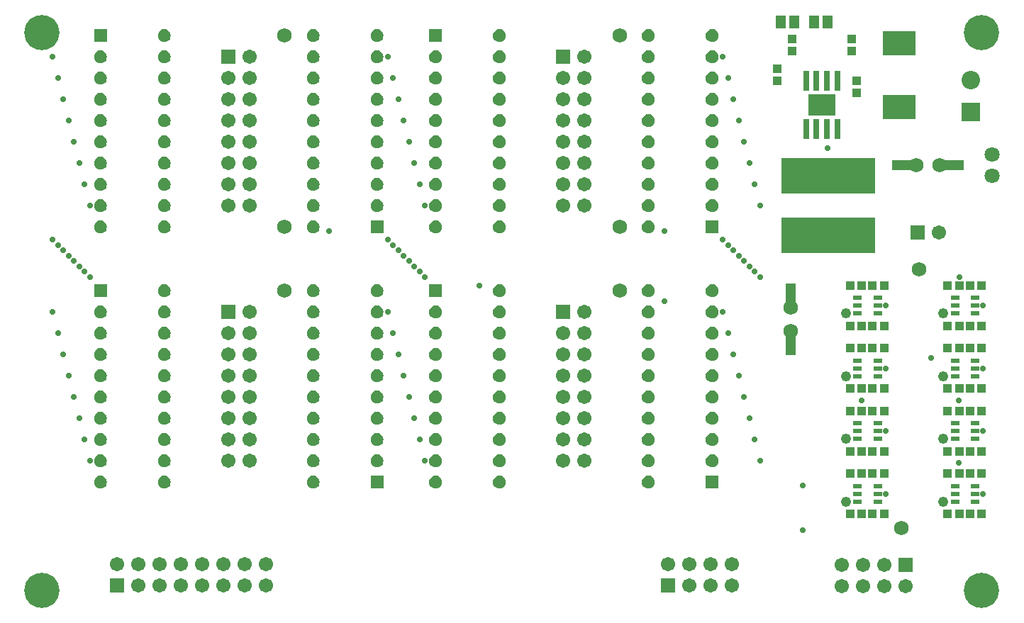
<source format=gts>
%FSLAX43Y43*%
%MOMM*%
%SFA1B1*%

%IPPOS*%
%ADD95R,1.218998X2.742995*%
%ADD96R,1.102998X1.002998*%
%ADD97R,1.202998X1.502997*%
%ADD98R,3.302993X2.602995*%
%ADD99R,0.652999X2.402995*%
%ADD100R,1.002998X1.102998*%
%ADD101R,1.002998X0.552999*%
%ADD102R,2.742995X1.218998*%
%ADD103R,4.012992X2.996994*%
%ADD104R,11.202978X4.202992*%
%ADD105C,0.710999*%
%ADD106C,1.702997*%
%ADD107R,1.702997X1.702997*%
%ADD108C,1.726997*%
%ADD109C,1.980996*%
%ADD110C,1.802996*%
%ADD111C,2.202996*%
%ADD112R,2.202996X2.202996*%
%ADD113C,4.202992*%
%ADD114R,1.702997X1.702997*%
%ADD115C,1.218998*%
%LNlp_led_cube_8x8x8-1*%
%LPD*%
G36*
X84018Y78465D02*
X84203Y78389D01*
X84362Y78266*
X84485Y78107*
X84561Y77922*
X84588Y77723*
X84561Y77524*
X84485Y77339*
X84362Y77180*
X84203Y77057*
X84018Y76981*
X83819Y76954*
X83620Y76981*
X83435Y77057*
X83276Y77180*
X83153Y77339*
X83077Y77524*
X83050Y77723*
X83077Y77922*
X83153Y78107*
X83276Y78266*
X83435Y78389*
X83620Y78465*
X83819Y78492*
X84018Y78465*
G37*
G36*
X101798D02*
X101983Y78389D01*
X102142Y78266*
X102265Y78107*
X102341Y77922*
X102368Y77723*
X102341Y77524*
X102265Y77339*
X102142Y77180*
X101983Y77057*
X101798Y76981*
X101599Y76954*
X101400Y76981*
X101215Y77057*
X101056Y77180*
X100933Y77339*
X100857Y77524*
X100830Y77723*
X100857Y77922*
X100933Y78107*
X101056Y78266*
X101215Y78389*
X101400Y78465*
X101599Y78492*
X101798Y78465*
G37*
G36*
X76398D02*
X76583Y78389D01*
X76742Y78266*
X76865Y78107*
X76941Y77922*
X76968Y77723*
X76941Y77524*
X76865Y77339*
X76742Y77180*
X76583Y77057*
X76398Y76981*
X76199Y76954*
X76000Y76981*
X75815Y77057*
X75656Y77180*
X75533Y77339*
X75457Y77524*
X75430Y77723*
X75457Y77922*
X75533Y78107*
X75656Y78266*
X75815Y78389*
X76000Y78465*
X76199Y78492*
X76398Y78465*
G37*
G36*
X61793D02*
X61978Y78389D01*
X62137Y78266*
X62260Y78107*
X62336Y77922*
X62363Y77723*
X62336Y77524*
X62260Y77339*
X62137Y77180*
X61978Y77057*
X61793Y76981*
X61594Y76954*
X61395Y76981*
X61210Y77057*
X61051Y77180*
X60928Y77339*
X60852Y77524*
X60825Y77723*
X60852Y77922*
X60928Y78107*
X61051Y78266*
X61210Y78389*
X61395Y78465*
X61594Y78492*
X61793Y78465*
G37*
G36*
X69413D02*
X69598Y78389D01*
X69757Y78266*
X69880Y78107*
X69956Y77922*
X69983Y77723*
X69956Y77524*
X69880Y77339*
X69757Y77180*
X69598Y77057*
X69413Y76981*
X69214Y76954*
X69015Y76981*
X68830Y77057*
X68671Y77180*
X68548Y77339*
X68472Y77524*
X68445Y77723*
X68472Y77922*
X68548Y78107*
X68671Y78266*
X68830Y78389*
X69015Y78465*
X69214Y78492*
X69413Y78465*
G37*
G36*
X61793Y81005D02*
X61978Y80929D01*
X62137Y80806*
X62260Y80647*
X62336Y80462*
X62363Y80263*
X62336Y80064*
X62260Y79879*
X62137Y79720*
X61978Y79597*
X61793Y79521*
X61594Y79494*
X61395Y79521*
X61210Y79597*
X61051Y79720*
X60928Y79879*
X60852Y80064*
X60825Y80263*
X60852Y80462*
X60928Y80647*
X61051Y80806*
X61210Y80929*
X61395Y81005*
X61594Y81032*
X61793Y81005*
G37*
G36*
X69413D02*
X69598Y80929D01*
X69757Y80806*
X69880Y80647*
X69956Y80462*
X69983Y80263*
X69956Y80064*
X69880Y79879*
X69757Y79720*
X69598Y79597*
X69413Y79521*
X69214Y79494*
X69015Y79521*
X68830Y79597*
X68671Y79720*
X68548Y79879*
X68472Y80064*
X68445Y80263*
X68472Y80462*
X68548Y80647*
X68671Y80806*
X68830Y80929*
X69015Y81005*
X69214Y81032*
X69413Y81005*
G37*
G36*
X44013D02*
X44198Y80929D01*
X44357Y80806*
X44480Y80647*
X44556Y80462*
X44583Y80263*
X44556Y80064*
X44480Y79879*
X44357Y79720*
X44198Y79597*
X44013Y79521*
X43814Y79494*
X43615Y79521*
X43430Y79597*
X43271Y79720*
X43148Y79879*
X43072Y80064*
X43045Y80263*
X43072Y80462*
X43148Y80647*
X43271Y80806*
X43430Y80929*
X43615Y81005*
X43814Y81032*
X44013Y81005*
G37*
G36*
X109418Y78465D02*
X109603Y78389D01*
X109762Y78266*
X109885Y78107*
X109961Y77922*
X109988Y77723*
X109961Y77524*
X109885Y77339*
X109762Y77180*
X109603Y77057*
X109418Y76981*
X109219Y76954*
X109020Y76981*
X108835Y77057*
X108676Y77180*
X108553Y77339*
X108477Y77524*
X108450Y77723*
X108477Y77922*
X108553Y78107*
X108676Y78266*
X108835Y78389*
X109020Y78465*
X109219Y78492*
X109418Y78465*
G37*
G36*
X36393Y81005D02*
X36578Y80929D01*
X36737Y80806*
X36860Y80647*
X36936Y80462*
X36963Y80263*
X36936Y80064*
X36860Y79879*
X36737Y79720*
X36578Y79597*
X36393Y79521*
X36194Y79494*
X35995Y79521*
X35810Y79597*
X35651Y79720*
X35528Y79879*
X35452Y80064*
X35425Y80263*
X35452Y80462*
X35528Y80647*
X35651Y80806*
X35810Y80929*
X35995Y81005*
X36194Y81032*
X36393Y81005*
G37*
G36*
X69413Y75925D02*
X69598Y75849D01*
X69757Y75726*
X69880Y75567*
X69956Y75382*
X69983Y75183*
X69956Y74984*
X69880Y74799*
X69757Y74640*
X69598Y74517*
X69413Y74441*
X69214Y74414*
X69015Y74441*
X68830Y74517*
X68671Y74640*
X68548Y74799*
X68472Y74984*
X68445Y75183*
X68472Y75382*
X68548Y75567*
X68671Y75726*
X68830Y75849*
X69015Y75925*
X69214Y75952*
X69413Y75925*
G37*
G36*
X76398D02*
X76583Y75849D01*
X76742Y75726*
X76865Y75567*
X76941Y75382*
X76968Y75183*
X76941Y74984*
X76865Y74799*
X76742Y74640*
X76583Y74517*
X76398Y74441*
X76199Y74414*
X76000Y74441*
X75815Y74517*
X75656Y74640*
X75533Y74799*
X75457Y74984*
X75430Y75183*
X75457Y75382*
X75533Y75567*
X75656Y75726*
X75815Y75849*
X76000Y75925*
X76199Y75952*
X76398Y75925*
G37*
G36*
X61793D02*
X61978Y75849D01*
X62137Y75726*
X62260Y75567*
X62336Y75382*
X62363Y75183*
X62336Y74984*
X62260Y74799*
X62137Y74640*
X61978Y74517*
X61793Y74441*
X61594Y74414*
X61395Y74441*
X61210Y74517*
X61051Y74640*
X60928Y74799*
X60852Y74984*
X60825Y75183*
X60852Y75382*
X60928Y75567*
X61051Y75726*
X61210Y75849*
X61395Y75925*
X61594Y75952*
X61793Y75925*
G37*
G36*
X36393D02*
X36578Y75849D01*
X36737Y75726*
X36860Y75567*
X36936Y75382*
X36963Y75183*
X36936Y74984*
X36860Y74799*
X36737Y74640*
X36578Y74517*
X36393Y74441*
X36194Y74414*
X35995Y74441*
X35810Y74517*
X35651Y74640*
X35528Y74799*
X35452Y74984*
X35425Y75183*
X35452Y75382*
X35528Y75567*
X35651Y75726*
X35810Y75849*
X35995Y75925*
X36194Y75952*
X36393Y75925*
G37*
G36*
X44013D02*
X44198Y75849D01*
X44357Y75726*
X44480Y75567*
X44556Y75382*
X44583Y75183*
X44556Y74984*
X44480Y74799*
X44357Y74640*
X44198Y74517*
X44013Y74441*
X43814Y74414*
X43615Y74441*
X43430Y74517*
X43271Y74640*
X43148Y74799*
X43072Y74984*
X43045Y75183*
X43072Y75382*
X43148Y75567*
X43271Y75726*
X43430Y75849*
X43615Y75925*
X43814Y75952*
X44013Y75925*
G37*
G36*
X36393Y78465D02*
X36578Y78389D01*
X36737Y78266*
X36860Y78107*
X36936Y77922*
X36963Y77723*
X36936Y77524*
X36860Y77339*
X36737Y77180*
X36578Y77057*
X36393Y76981*
X36194Y76954*
X35995Y76981*
X35810Y77057*
X35651Y77180*
X35528Y77339*
X35452Y77524*
X35425Y77723*
X35452Y77922*
X35528Y78107*
X35651Y78266*
X35810Y78389*
X35995Y78465*
X36194Y78492*
X36393Y78465*
G37*
G36*
X44013D02*
X44198Y78389D01*
X44357Y78266*
X44480Y78107*
X44556Y77922*
X44583Y77723*
X44556Y77524*
X44480Y77339*
X44357Y77180*
X44198Y77057*
X44013Y76981*
X43814Y76954*
X43615Y76981*
X43430Y77057*
X43271Y77180*
X43148Y77339*
X43072Y77524*
X43045Y77723*
X43072Y77922*
X43148Y78107*
X43271Y78266*
X43430Y78389*
X43615Y78465*
X43814Y78492*
X44013Y78465*
G37*
G36*
X109418Y75925D02*
X109603Y75849D01*
X109762Y75726*
X109885Y75567*
X109961Y75382*
X109988Y75183*
X109961Y74984*
X109885Y74799*
X109762Y74640*
X109603Y74517*
X109418Y74441*
X109219Y74414*
X109020Y74441*
X108835Y74517*
X108676Y74640*
X108553Y74799*
X108477Y74984*
X108450Y75183*
X108477Y75382*
X108553Y75567*
X108676Y75726*
X108835Y75849*
X109020Y75925*
X109219Y75952*
X109418Y75925*
G37*
G36*
X84018D02*
X84203Y75849D01*
X84362Y75726*
X84485Y75567*
X84561Y75382*
X84588Y75183*
X84561Y74984*
X84485Y74799*
X84362Y74640*
X84203Y74517*
X84018Y74441*
X83819Y74414*
X83620Y74441*
X83435Y74517*
X83276Y74640*
X83153Y74799*
X83077Y74984*
X83050Y75183*
X83077Y75382*
X83153Y75567*
X83276Y75726*
X83435Y75849*
X83620Y75925*
X83819Y75952*
X84018Y75925*
G37*
G36*
X101798D02*
X101983Y75849D01*
X102142Y75726*
X102265Y75567*
X102341Y75382*
X102368Y75183*
X102341Y74984*
X102265Y74799*
X102142Y74640*
X101983Y74517*
X101798Y74441*
X101599Y74414*
X101400Y74441*
X101215Y74517*
X101056Y74640*
X100933Y74799*
X100857Y74984*
X100830Y75183*
X100857Y75382*
X100933Y75567*
X101056Y75726*
X101215Y75849*
X101400Y75925*
X101599Y75952*
X101798Y75925*
G37*
G36*
X61793Y86085D02*
X61978Y86009D01*
X62137Y85886*
X62260Y85727*
X62336Y85542*
X62363Y85343*
X62336Y85144*
X62260Y84959*
X62137Y84800*
X61978Y84677*
X61793Y84601*
X61594Y84574*
X61395Y84601*
X61210Y84677*
X61051Y84800*
X60928Y84959*
X60852Y85144*
X60825Y85343*
X60852Y85542*
X60928Y85727*
X61051Y85886*
X61210Y86009*
X61395Y86085*
X61594Y86112*
X61793Y86085*
G37*
G36*
X69413D02*
X69598Y86009D01*
X69757Y85886*
X69880Y85727*
X69956Y85542*
X69983Y85343*
X69956Y85144*
X69880Y84959*
X69757Y84800*
X69598Y84677*
X69413Y84601*
X69214Y84574*
X69015Y84601*
X68830Y84677*
X68671Y84800*
X68548Y84959*
X68472Y85144*
X68445Y85343*
X68472Y85542*
X68548Y85727*
X68671Y85886*
X68830Y86009*
X69015Y86085*
X69214Y86112*
X69413Y86085*
G37*
G36*
X44013D02*
X44198Y86009D01*
X44357Y85886*
X44480Y85727*
X44556Y85542*
X44583Y85343*
X44556Y85144*
X44480Y84959*
X44357Y84800*
X44198Y84677*
X44013Y84601*
X43814Y84574*
X43615Y84601*
X43430Y84677*
X43271Y84800*
X43148Y84959*
X43072Y85144*
X43045Y85343*
X43072Y85542*
X43148Y85727*
X43271Y85886*
X43430Y86009*
X43615Y86085*
X43814Y86112*
X44013Y86085*
G37*
G36*
X101798Y83545D02*
X101983Y83469D01*
X102142Y83346*
X102265Y83187*
X102341Y83002*
X102368Y82803*
X102341Y82604*
X102265Y82419*
X102142Y82260*
X101983Y82137*
X101798Y82061*
X101599Y82034*
X101400Y82061*
X101215Y82137*
X101056Y82260*
X100933Y82419*
X100857Y82604*
X100830Y82803*
X100857Y83002*
X100933Y83187*
X101056Y83346*
X101215Y83469*
X101400Y83545*
X101599Y83572*
X101798Y83545*
G37*
G36*
X109418D02*
X109603Y83469D01*
X109762Y83346*
X109885Y83187*
X109961Y83002*
X109988Y82803*
X109961Y82604*
X109885Y82419*
X109762Y82260*
X109603Y82137*
X109418Y82061*
X109219Y82034*
X109020Y82061*
X108835Y82137*
X108676Y82260*
X108553Y82419*
X108477Y82604*
X108450Y82803*
X108477Y83002*
X108553Y83187*
X108676Y83346*
X108835Y83469*
X109020Y83545*
X109219Y83572*
X109418Y83545*
G37*
G36*
X36956Y84581D02*
X35432D01*
Y86105*
X36956*
Y84581*
G37*
G36*
X76961D02*
X75437D01*
Y86105*
X76961*
Y84581*
G37*
G36*
X109418Y86085D02*
X109603Y86009D01*
X109762Y85886*
X109885Y85727*
X109961Y85542*
X109988Y85343*
X109961Y85144*
X109885Y84959*
X109762Y84800*
X109603Y84677*
X109418Y84601*
X109219Y84574*
X109020Y84601*
X108835Y84677*
X108676Y84800*
X108553Y84959*
X108477Y85144*
X108450Y85343*
X108477Y85542*
X108553Y85727*
X108676Y85886*
X108835Y86009*
X109020Y86085*
X109219Y86112*
X109418Y86085*
G37*
G36*
X84018D02*
X84203Y86009D01*
X84362Y85886*
X84485Y85727*
X84561Y85542*
X84588Y85343*
X84561Y85144*
X84485Y84959*
X84362Y84800*
X84203Y84677*
X84018Y84601*
X83819Y84574*
X83620Y84601*
X83435Y84677*
X83276Y84800*
X83153Y84959*
X83077Y85144*
X83050Y85343*
X83077Y85542*
X83153Y85727*
X83276Y85886*
X83435Y86009*
X83620Y86085*
X83819Y86112*
X84018Y86085*
G37*
G36*
X101798D02*
X101983Y86009D01*
X102142Y85886*
X102265Y85727*
X102341Y85542*
X102368Y85343*
X102341Y85144*
X102265Y84959*
X102142Y84800*
X101983Y84677*
X101798Y84601*
X101599Y84574*
X101400Y84601*
X101215Y84677*
X101056Y84800*
X100933Y84959*
X100857Y85144*
X100830Y85343*
X100857Y85542*
X100933Y85727*
X101056Y85886*
X101215Y86009*
X101400Y86085*
X101599Y86112*
X101798Y86085*
G37*
G36*
X109418Y81005D02*
X109603Y80929D01*
X109762Y80806*
X109885Y80647*
X109961Y80462*
X109988Y80263*
X109961Y80064*
X109885Y79879*
X109762Y79720*
X109603Y79597*
X109418Y79521*
X109219Y79494*
X109020Y79521*
X108835Y79597*
X108676Y79720*
X108553Y79879*
X108477Y80064*
X108450Y80263*
X108477Y80462*
X108553Y80647*
X108676Y80806*
X108835Y80929*
X109020Y81005*
X109219Y81032*
X109418Y81005*
G37*
G36*
X36393Y83545D02*
X36578Y83469D01*
X36737Y83346*
X36860Y83187*
X36936Y83002*
X36963Y82803*
X36936Y82604*
X36860Y82419*
X36737Y82260*
X36578Y82137*
X36393Y82061*
X36194Y82034*
X35995Y82061*
X35810Y82137*
X35651Y82260*
X35528Y82419*
X35452Y82604*
X35425Y82803*
X35452Y83002*
X35528Y83187*
X35651Y83346*
X35810Y83469*
X35995Y83545*
X36194Y83572*
X36393Y83545*
G37*
G36*
X101798Y81005D02*
X101983Y80929D01*
X102142Y80806*
X102265Y80647*
X102341Y80462*
X102368Y80263*
X102341Y80064*
X102265Y79879*
X102142Y79720*
X101983Y79597*
X101798Y79521*
X101599Y79494*
X101400Y79521*
X101215Y79597*
X101056Y79720*
X100933Y79879*
X100857Y80064*
X100830Y80263*
X100857Y80462*
X100933Y80647*
X101056Y80806*
X101215Y80929*
X101400Y81005*
X101599Y81032*
X101798Y81005*
G37*
G36*
X76398D02*
X76583Y80929D01*
X76742Y80806*
X76865Y80647*
X76941Y80462*
X76968Y80263*
X76941Y80064*
X76865Y79879*
X76742Y79720*
X76583Y79597*
X76398Y79521*
X76199Y79494*
X76000Y79521*
X75815Y79597*
X75656Y79720*
X75533Y79879*
X75457Y80064*
X75430Y80263*
X75457Y80462*
X75533Y80647*
X75656Y80806*
X75815Y80929*
X76000Y81005*
X76199Y81032*
X76398Y81005*
G37*
G36*
X84018D02*
X84203Y80929D01*
X84362Y80806*
X84485Y80647*
X84561Y80462*
X84588Y80263*
X84561Y80064*
X84485Y79879*
X84362Y79720*
X84203Y79597*
X84018Y79521*
X83819Y79494*
X83620Y79521*
X83435Y79597*
X83276Y79720*
X83153Y79879*
X83077Y80064*
X83050Y80263*
X83077Y80462*
X83153Y80647*
X83276Y80806*
X83435Y80929*
X83620Y81005*
X83819Y81032*
X84018Y81005*
G37*
G36*
X76398Y83545D02*
X76583Y83469D01*
X76742Y83346*
X76865Y83187*
X76941Y83002*
X76968Y82803*
X76941Y82604*
X76865Y82419*
X76742Y82260*
X76583Y82137*
X76398Y82061*
X76199Y82034*
X76000Y82061*
X75815Y82137*
X75656Y82260*
X75533Y82419*
X75457Y82604*
X75430Y82803*
X75457Y83002*
X75533Y83187*
X75656Y83346*
X75815Y83469*
X76000Y83545*
X76199Y83572*
X76398Y83545*
G37*
G36*
X84018D02*
X84203Y83469D01*
X84362Y83346*
X84485Y83187*
X84561Y83002*
X84588Y82803*
X84561Y82604*
X84485Y82419*
X84362Y82260*
X84203Y82137*
X84018Y82061*
X83819Y82034*
X83620Y82061*
X83435Y82137*
X83276Y82260*
X83153Y82419*
X83077Y82604*
X83050Y82803*
X83077Y83002*
X83153Y83187*
X83276Y83346*
X83435Y83469*
X83620Y83545*
X83819Y83572*
X84018Y83545*
G37*
G36*
X69413D02*
X69598Y83469D01*
X69757Y83346*
X69880Y83187*
X69956Y83002*
X69983Y82803*
X69956Y82604*
X69880Y82419*
X69757Y82260*
X69598Y82137*
X69413Y82061*
X69214Y82034*
X69015Y82061*
X68830Y82137*
X68671Y82260*
X68548Y82419*
X68472Y82604*
X68445Y82803*
X68472Y83002*
X68548Y83187*
X68671Y83346*
X68830Y83469*
X69015Y83545*
X69214Y83572*
X69413Y83545*
G37*
G36*
X44013D02*
X44198Y83469D01*
X44357Y83346*
X44480Y83187*
X44556Y83002*
X44583Y82803*
X44556Y82604*
X44480Y82419*
X44357Y82260*
X44198Y82137*
X44013Y82061*
X43814Y82034*
X43615Y82061*
X43430Y82137*
X43271Y82260*
X43148Y82419*
X43072Y82604*
X43045Y82803*
X43072Y83002*
X43148Y83187*
X43271Y83346*
X43430Y83469*
X43615Y83545*
X43814Y83572*
X44013Y83545*
G37*
G36*
X61793D02*
X61978Y83469D01*
X62137Y83346*
X62260Y83187*
X62336Y83002*
X62363Y82803*
X62336Y82604*
X62260Y82419*
X62137Y82260*
X61978Y82137*
X61793Y82061*
X61594Y82034*
X61395Y82061*
X61210Y82137*
X61051Y82260*
X60928Y82419*
X60852Y82604*
X60825Y82803*
X60852Y83002*
X60928Y83187*
X61051Y83346*
X61210Y83469*
X61395Y83545*
X61594Y83572*
X61793Y83545*
G37*
G36*
X84018Y65765D02*
X84203Y65689D01*
X84362Y65566*
X84485Y65407*
X84561Y65222*
X84588Y65023*
X84561Y64824*
X84485Y64639*
X84362Y64480*
X84203Y64357*
X84018Y64281*
X83819Y64254*
X83620Y64281*
X83435Y64357*
X83276Y64480*
X83153Y64639*
X83077Y64824*
X83050Y65023*
X83077Y65222*
X83153Y65407*
X83276Y65566*
X83435Y65689*
X83620Y65765*
X83819Y65792*
X84018Y65765*
G37*
G36*
X101798D02*
X101983Y65689D01*
X102142Y65566*
X102265Y65407*
X102341Y65222*
X102368Y65023*
X102341Y64824*
X102265Y64639*
X102142Y64480*
X101983Y64357*
X101798Y64281*
X101599Y64254*
X101400Y64281*
X101215Y64357*
X101056Y64480*
X100933Y64639*
X100857Y64824*
X100830Y65023*
X100857Y65222*
X100933Y65407*
X101056Y65566*
X101215Y65689*
X101400Y65765*
X101599Y65792*
X101798Y65765*
G37*
G36*
X76398D02*
X76583Y65689D01*
X76742Y65566*
X76865Y65407*
X76941Y65222*
X76968Y65023*
X76941Y64824*
X76865Y64639*
X76742Y64480*
X76583Y64357*
X76398Y64281*
X76199Y64254*
X76000Y64281*
X75815Y64357*
X75656Y64480*
X75533Y64639*
X75457Y64824*
X75430Y65023*
X75457Y65222*
X75533Y65407*
X75656Y65566*
X75815Y65689*
X76000Y65765*
X76199Y65792*
X76398Y65765*
G37*
G36*
X61793D02*
X61978Y65689D01*
X62137Y65566*
X62260Y65407*
X62336Y65222*
X62363Y65023*
X62336Y64824*
X62260Y64639*
X62137Y64480*
X61978Y64357*
X61793Y64281*
X61594Y64254*
X61395Y64281*
X61210Y64357*
X61051Y64480*
X60928Y64639*
X60852Y64824*
X60825Y65023*
X60852Y65222*
X60928Y65407*
X61051Y65566*
X61210Y65689*
X61395Y65765*
X61594Y65792*
X61793Y65765*
G37*
G36*
X69413D02*
X69598Y65689D01*
X69757Y65566*
X69880Y65407*
X69956Y65222*
X69983Y65023*
X69956Y64824*
X69880Y64639*
X69757Y64480*
X69598Y64357*
X69413Y64281*
X69214Y64254*
X69015Y64281*
X68830Y64357*
X68671Y64480*
X68548Y64639*
X68472Y64824*
X68445Y65023*
X68472Y65222*
X68548Y65407*
X68671Y65566*
X68830Y65689*
X69015Y65765*
X69214Y65792*
X69413Y65765*
G37*
G36*
X61793Y68305D02*
X61978Y68229D01*
X62137Y68106*
X62260Y67947*
X62336Y67762*
X62363Y67563*
X62336Y67364*
X62260Y67179*
X62137Y67020*
X61978Y66897*
X61793Y66821*
X61594Y66794*
X61395Y66821*
X61210Y66897*
X61051Y67020*
X60928Y67179*
X60852Y67364*
X60825Y67563*
X60852Y67762*
X60928Y67947*
X61051Y68106*
X61210Y68229*
X61395Y68305*
X61594Y68332*
X61793Y68305*
G37*
G36*
X69413D02*
X69598Y68229D01*
X69757Y68106*
X69880Y67947*
X69956Y67762*
X69983Y67563*
X69956Y67364*
X69880Y67179*
X69757Y67020*
X69598Y66897*
X69413Y66821*
X69214Y66794*
X69015Y66821*
X68830Y66897*
X68671Y67020*
X68548Y67179*
X68472Y67364*
X68445Y67563*
X68472Y67762*
X68548Y67947*
X68671Y68106*
X68830Y68229*
X69015Y68305*
X69214Y68332*
X69413Y68305*
G37*
G36*
X44013D02*
X44198Y68229D01*
X44357Y68106*
X44480Y67947*
X44556Y67762*
X44583Y67563*
X44556Y67364*
X44480Y67179*
X44357Y67020*
X44198Y66897*
X44013Y66821*
X43814Y66794*
X43615Y66821*
X43430Y66897*
X43271Y67020*
X43148Y67179*
X43072Y67364*
X43045Y67563*
X43072Y67762*
X43148Y67947*
X43271Y68106*
X43430Y68229*
X43615Y68305*
X43814Y68332*
X44013Y68305*
G37*
G36*
X109418Y65765D02*
X109603Y65689D01*
X109762Y65566*
X109885Y65407*
X109961Y65222*
X109988Y65023*
X109961Y64824*
X109885Y64639*
X109762Y64480*
X109603Y64357*
X109418Y64281*
X109219Y64254*
X109020Y64281*
X108835Y64357*
X108676Y64480*
X108553Y64639*
X108477Y64824*
X108450Y65023*
X108477Y65222*
X108553Y65407*
X108676Y65566*
X108835Y65689*
X109020Y65765*
X109219Y65792*
X109418Y65765*
G37*
G36*
X36393Y68305D02*
X36578Y68229D01*
X36737Y68106*
X36860Y67947*
X36936Y67762*
X36963Y67563*
X36936Y67364*
X36860Y67179*
X36737Y67020*
X36578Y66897*
X36393Y66821*
X36194Y66794*
X35995Y66821*
X35810Y66897*
X35651Y67020*
X35528Y67179*
X35452Y67364*
X35425Y67563*
X35452Y67762*
X35528Y67947*
X35651Y68106*
X35810Y68229*
X35995Y68305*
X36194Y68332*
X36393Y68305*
G37*
G36*
X76398Y63225D02*
X76583Y63149D01*
X76742Y63026*
X76865Y62867*
X76941Y62682*
X76968Y62483*
X76941Y62284*
X76865Y62099*
X76742Y61940*
X76583Y61817*
X76398Y61741*
X76199Y61714*
X76000Y61741*
X75815Y61817*
X75656Y61940*
X75533Y62099*
X75457Y62284*
X75430Y62483*
X75457Y62682*
X75533Y62867*
X75656Y63026*
X75815Y63149*
X76000Y63225*
X76199Y63252*
X76398Y63225*
G37*
G36*
X84018D02*
X84203Y63149D01*
X84362Y63026*
X84485Y62867*
X84561Y62682*
X84588Y62483*
X84561Y62284*
X84485Y62099*
X84362Y61940*
X84203Y61817*
X84018Y61741*
X83819Y61714*
X83620Y61741*
X83435Y61817*
X83276Y61940*
X83153Y62099*
X83077Y62284*
X83050Y62483*
X83077Y62682*
X83153Y62867*
X83276Y63026*
X83435Y63149*
X83620Y63225*
X83819Y63252*
X84018Y63225*
G37*
G36*
X61793D02*
X61978Y63149D01*
X62137Y63026*
X62260Y62867*
X62336Y62682*
X62363Y62483*
X62336Y62284*
X62260Y62099*
X62137Y61940*
X61978Y61817*
X61793Y61741*
X61594Y61714*
X61395Y61741*
X61210Y61817*
X61051Y61940*
X60928Y62099*
X60852Y62284*
X60825Y62483*
X60852Y62682*
X60928Y62867*
X61051Y63026*
X61210Y63149*
X61395Y63225*
X61594Y63252*
X61793Y63225*
G37*
G36*
X36393D02*
X36578Y63149D01*
X36737Y63026*
X36860Y62867*
X36936Y62682*
X36963Y62483*
X36936Y62284*
X36860Y62099*
X36737Y61940*
X36578Y61817*
X36393Y61741*
X36194Y61714*
X35995Y61741*
X35810Y61817*
X35651Y61940*
X35528Y62099*
X35452Y62284*
X35425Y62483*
X35452Y62682*
X35528Y62867*
X35651Y63026*
X35810Y63149*
X35995Y63225*
X36194Y63252*
X36393Y63225*
G37*
G36*
X44013D02*
X44198Y63149D01*
X44357Y63026*
X44480Y62867*
X44556Y62682*
X44583Y62483*
X44556Y62284*
X44480Y62099*
X44357Y61940*
X44198Y61817*
X44013Y61741*
X43814Y61714*
X43615Y61741*
X43430Y61817*
X43271Y61940*
X43148Y62099*
X43072Y62284*
X43045Y62483*
X43072Y62682*
X43148Y62867*
X43271Y63026*
X43430Y63149*
X43615Y63225*
X43814Y63252*
X44013Y63225*
G37*
G36*
X36393Y65765D02*
X36578Y65689D01*
X36737Y65566*
X36860Y65407*
X36936Y65222*
X36963Y65023*
X36936Y64824*
X36860Y64639*
X36737Y64480*
X36578Y64357*
X36393Y64281*
X36194Y64254*
X35995Y64281*
X35810Y64357*
X35651Y64480*
X35528Y64639*
X35452Y64824*
X35425Y65023*
X35452Y65222*
X35528Y65407*
X35651Y65566*
X35810Y65689*
X35995Y65765*
X36194Y65792*
X36393Y65765*
G37*
G36*
X44013D02*
X44198Y65689D01*
X44357Y65566*
X44480Y65407*
X44556Y65222*
X44583Y65023*
X44556Y64824*
X44480Y64639*
X44357Y64480*
X44198Y64357*
X44013Y64281*
X43814Y64254*
X43615Y64281*
X43430Y64357*
X43271Y64480*
X43148Y64639*
X43072Y64824*
X43045Y65023*
X43072Y65222*
X43148Y65407*
X43271Y65566*
X43430Y65689*
X43615Y65765*
X43814Y65792*
X44013Y65765*
G37*
G36*
X109981Y61721D02*
X108457D01*
Y63245*
X109981*
Y61721*
G37*
G36*
X101798Y63225D02*
X101983Y63149D01*
X102142Y63026*
X102265Y62867*
X102341Y62682*
X102368Y62483*
X102341Y62284*
X102265Y62099*
X102142Y61940*
X101983Y61817*
X101798Y61741*
X101599Y61714*
X101400Y61741*
X101215Y61817*
X101056Y61940*
X100933Y62099*
X100857Y62284*
X100830Y62483*
X100857Y62682*
X100933Y62867*
X101056Y63026*
X101215Y63149*
X101400Y63225*
X101599Y63252*
X101798Y63225*
G37*
G36*
X69976Y61721D02*
X68452D01*
Y63245*
X69976*
Y61721*
G37*
G36*
X44013Y73385D02*
X44198Y73309D01*
X44357Y73186*
X44480Y73027*
X44556Y72842*
X44583Y72643*
X44556Y72444*
X44480Y72259*
X44357Y72100*
X44198Y71977*
X44013Y71901*
X43814Y71874*
X43615Y71901*
X43430Y71977*
X43271Y72100*
X43148Y72259*
X43072Y72444*
X43045Y72643*
X43072Y72842*
X43148Y73027*
X43271Y73186*
X43430Y73309*
X43615Y73385*
X43814Y73412*
X44013Y73385*
G37*
G36*
X61793D02*
X61978Y73309D01*
X62137Y73186*
X62260Y73027*
X62336Y72842*
X62363Y72643*
X62336Y72444*
X62260Y72259*
X62137Y72100*
X61978Y71977*
X61793Y71901*
X61594Y71874*
X61395Y71901*
X61210Y71977*
X61051Y72100*
X60928Y72259*
X60852Y72444*
X60825Y72643*
X60852Y72842*
X60928Y73027*
X61051Y73186*
X61210Y73309*
X61395Y73385*
X61594Y73412*
X61793Y73385*
G37*
G36*
X36393D02*
X36578Y73309D01*
X36737Y73186*
X36860Y73027*
X36936Y72842*
X36963Y72643*
X36936Y72444*
X36860Y72259*
X36737Y72100*
X36578Y71977*
X36393Y71901*
X36194Y71874*
X35995Y71901*
X35810Y71977*
X35651Y72100*
X35528Y72259*
X35452Y72444*
X35425Y72643*
X35452Y72842*
X35528Y73027*
X35651Y73186*
X35810Y73309*
X35995Y73385*
X36194Y73412*
X36393Y73385*
G37*
G36*
X101798Y70845D02*
X101983Y70769D01*
X102142Y70646*
X102265Y70487*
X102341Y70302*
X102368Y70103*
X102341Y69904*
X102265Y69719*
X102142Y69560*
X101983Y69437*
X101798Y69361*
X101599Y69334*
X101400Y69361*
X101215Y69437*
X101056Y69560*
X100933Y69719*
X100857Y69904*
X100830Y70103*
X100857Y70302*
X100933Y70487*
X101056Y70646*
X101215Y70769*
X101400Y70845*
X101599Y70872*
X101798Y70845*
G37*
G36*
X109418D02*
X109603Y70769D01*
X109762Y70646*
X109885Y70487*
X109961Y70302*
X109988Y70103*
X109961Y69904*
X109885Y69719*
X109762Y69560*
X109603Y69437*
X109418Y69361*
X109219Y69334*
X109020Y69361*
X108835Y69437*
X108676Y69560*
X108553Y69719*
X108477Y69904*
X108450Y70103*
X108477Y70302*
X108553Y70487*
X108676Y70646*
X108835Y70769*
X109020Y70845*
X109219Y70872*
X109418Y70845*
G37*
G36*
X101798Y73385D02*
X101983Y73309D01*
X102142Y73186*
X102265Y73027*
X102341Y72842*
X102368Y72643*
X102341Y72444*
X102265Y72259*
X102142Y72100*
X101983Y71977*
X101798Y71901*
X101599Y71874*
X101400Y71901*
X101215Y71977*
X101056Y72100*
X100933Y72259*
X100857Y72444*
X100830Y72643*
X100857Y72842*
X100933Y73027*
X101056Y73186*
X101215Y73309*
X101400Y73385*
X101599Y73412*
X101798Y73385*
G37*
G36*
X109418D02*
X109603Y73309D01*
X109762Y73186*
X109885Y73027*
X109961Y72842*
X109988Y72643*
X109961Y72444*
X109885Y72259*
X109762Y72100*
X109603Y71977*
X109418Y71901*
X109219Y71874*
X109020Y71901*
X108835Y71977*
X108676Y72100*
X108553Y72259*
X108477Y72444*
X108450Y72643*
X108477Y72842*
X108553Y73027*
X108676Y73186*
X108835Y73309*
X109020Y73385*
X109219Y73412*
X109418Y73385*
G37*
G36*
X84018D02*
X84203Y73309D01*
X84362Y73186*
X84485Y73027*
X84561Y72842*
X84588Y72643*
X84561Y72444*
X84485Y72259*
X84362Y72100*
X84203Y71977*
X84018Y71901*
X83819Y71874*
X83620Y71901*
X83435Y71977*
X83276Y72100*
X83153Y72259*
X83077Y72444*
X83050Y72643*
X83077Y72842*
X83153Y73027*
X83276Y73186*
X83435Y73309*
X83620Y73385*
X83819Y73412*
X84018Y73385*
G37*
G36*
X69413D02*
X69598Y73309D01*
X69757Y73186*
X69880Y73027*
X69956Y72842*
X69983Y72643*
X69956Y72444*
X69880Y72259*
X69757Y72100*
X69598Y71977*
X69413Y71901*
X69214Y71874*
X69015Y71901*
X68830Y71977*
X68671Y72100*
X68548Y72259*
X68472Y72444*
X68445Y72643*
X68472Y72842*
X68548Y73027*
X68671Y73186*
X68830Y73309*
X69015Y73385*
X69214Y73412*
X69413Y73385*
G37*
G36*
X76398D02*
X76583Y73309D01*
X76742Y73186*
X76865Y73027*
X76941Y72842*
X76968Y72643*
X76941Y72444*
X76865Y72259*
X76742Y72100*
X76583Y71977*
X76398Y71901*
X76199Y71874*
X76000Y71901*
X75815Y71977*
X75656Y72100*
X75533Y72259*
X75457Y72444*
X75430Y72643*
X75457Y72842*
X75533Y73027*
X75656Y73186*
X75815Y73309*
X76000Y73385*
X76199Y73412*
X76398Y73385*
G37*
G36*
X109418Y68305D02*
X109603Y68229D01*
X109762Y68106*
X109885Y67947*
X109961Y67762*
X109988Y67563*
X109961Y67364*
X109885Y67179*
X109762Y67020*
X109603Y66897*
X109418Y66821*
X109219Y66794*
X109020Y66821*
X108835Y66897*
X108676Y67020*
X108553Y67179*
X108477Y67364*
X108450Y67563*
X108477Y67762*
X108553Y67947*
X108676Y68106*
X108835Y68229*
X109020Y68305*
X109219Y68332*
X109418Y68305*
G37*
G36*
X36393Y70845D02*
X36578Y70769D01*
X36737Y70646*
X36860Y70487*
X36936Y70302*
X36963Y70103*
X36936Y69904*
X36860Y69719*
X36737Y69560*
X36578Y69437*
X36393Y69361*
X36194Y69334*
X35995Y69361*
X35810Y69437*
X35651Y69560*
X35528Y69719*
X35452Y69904*
X35425Y70103*
X35452Y70302*
X35528Y70487*
X35651Y70646*
X35810Y70769*
X35995Y70845*
X36194Y70872*
X36393Y70845*
G37*
G36*
X101798Y68305D02*
X101983Y68229D01*
X102142Y68106*
X102265Y67947*
X102341Y67762*
X102368Y67563*
X102341Y67364*
X102265Y67179*
X102142Y67020*
X101983Y66897*
X101798Y66821*
X101599Y66794*
X101400Y66821*
X101215Y66897*
X101056Y67020*
X100933Y67179*
X100857Y67364*
X100830Y67563*
X100857Y67762*
X100933Y67947*
X101056Y68106*
X101215Y68229*
X101400Y68305*
X101599Y68332*
X101798Y68305*
G37*
G36*
X76398D02*
X76583Y68229D01*
X76742Y68106*
X76865Y67947*
X76941Y67762*
X76968Y67563*
X76941Y67364*
X76865Y67179*
X76742Y67020*
X76583Y66897*
X76398Y66821*
X76199Y66794*
X76000Y66821*
X75815Y66897*
X75656Y67020*
X75533Y67179*
X75457Y67364*
X75430Y67563*
X75457Y67762*
X75533Y67947*
X75656Y68106*
X75815Y68229*
X76000Y68305*
X76199Y68332*
X76398Y68305*
G37*
G36*
X84018D02*
X84203Y68229D01*
X84362Y68106*
X84485Y67947*
X84561Y67762*
X84588Y67563*
X84561Y67364*
X84485Y67179*
X84362Y67020*
X84203Y66897*
X84018Y66821*
X83819Y66794*
X83620Y66821*
X83435Y66897*
X83276Y67020*
X83153Y67179*
X83077Y67364*
X83050Y67563*
X83077Y67762*
X83153Y67947*
X83276Y68106*
X83435Y68229*
X83620Y68305*
X83819Y68332*
X84018Y68305*
G37*
G36*
X76398Y70845D02*
X76583Y70769D01*
X76742Y70646*
X76865Y70487*
X76941Y70302*
X76968Y70103*
X76941Y69904*
X76865Y69719*
X76742Y69560*
X76583Y69437*
X76398Y69361*
X76199Y69334*
X76000Y69361*
X75815Y69437*
X75656Y69560*
X75533Y69719*
X75457Y69904*
X75430Y70103*
X75457Y70302*
X75533Y70487*
X75656Y70646*
X75815Y70769*
X76000Y70845*
X76199Y70872*
X76398Y70845*
G37*
G36*
X84018D02*
X84203Y70769D01*
X84362Y70646*
X84485Y70487*
X84561Y70302*
X84588Y70103*
X84561Y69904*
X84485Y69719*
X84362Y69560*
X84203Y69437*
X84018Y69361*
X83819Y69334*
X83620Y69361*
X83435Y69437*
X83276Y69560*
X83153Y69719*
X83077Y69904*
X83050Y70103*
X83077Y70302*
X83153Y70487*
X83276Y70646*
X83435Y70769*
X83620Y70845*
X83819Y70872*
X84018Y70845*
G37*
G36*
X69413D02*
X69598Y70769D01*
X69757Y70646*
X69880Y70487*
X69956Y70302*
X69983Y70103*
X69956Y69904*
X69880Y69719*
X69757Y69560*
X69598Y69437*
X69413Y69361*
X69214Y69334*
X69015Y69361*
X68830Y69437*
X68671Y69560*
X68548Y69719*
X68472Y69904*
X68445Y70103*
X68472Y70302*
X68548Y70487*
X68671Y70646*
X68830Y70769*
X69015Y70845*
X69214Y70872*
X69413Y70845*
G37*
G36*
X44013D02*
X44198Y70769D01*
X44357Y70646*
X44480Y70487*
X44556Y70302*
X44583Y70103*
X44556Y69904*
X44480Y69719*
X44357Y69560*
X44198Y69437*
X44013Y69361*
X43814Y69334*
X43615Y69361*
X43430Y69437*
X43271Y69560*
X43148Y69719*
X43072Y69904*
X43045Y70103*
X43072Y70302*
X43148Y70487*
X43271Y70646*
X43430Y70769*
X43615Y70845*
X43814Y70872*
X44013Y70845*
G37*
G36*
X61793D02*
X61978Y70769D01*
X62137Y70646*
X62260Y70487*
X62336Y70302*
X62363Y70103*
X62336Y69904*
X62260Y69719*
X62137Y69560*
X61978Y69437*
X61793Y69361*
X61594Y69334*
X61395Y69361*
X61210Y69437*
X61051Y69560*
X60928Y69719*
X60852Y69904*
X60825Y70103*
X60852Y70302*
X60928Y70487*
X61051Y70646*
X61210Y70769*
X61395Y70845*
X61594Y70872*
X61793Y70845*
G37*
G36*
X84018Y108945D02*
X84203Y108869D01*
X84362Y108746*
X84485Y108587*
X84561Y108402*
X84588Y108203*
X84561Y108004*
X84485Y107819*
X84362Y107660*
X84203Y107537*
X84018Y107461*
X83819Y107434*
X83620Y107461*
X83435Y107537*
X83276Y107660*
X83153Y107819*
X83077Y108004*
X83050Y108203*
X83077Y108402*
X83153Y108587*
X83276Y108746*
X83435Y108869*
X83620Y108945*
X83819Y108972*
X84018Y108945*
G37*
G36*
X101798D02*
X101983Y108869D01*
X102142Y108746*
X102265Y108587*
X102341Y108402*
X102368Y108203*
X102341Y108004*
X102265Y107819*
X102142Y107660*
X101983Y107537*
X101798Y107461*
X101599Y107434*
X101400Y107461*
X101215Y107537*
X101056Y107660*
X100933Y107819*
X100857Y108004*
X100830Y108203*
X100857Y108402*
X100933Y108587*
X101056Y108746*
X101215Y108869*
X101400Y108945*
X101599Y108972*
X101798Y108945*
G37*
G36*
X76398D02*
X76583Y108869D01*
X76742Y108746*
X76865Y108587*
X76941Y108402*
X76968Y108203*
X76941Y108004*
X76865Y107819*
X76742Y107660*
X76583Y107537*
X76398Y107461*
X76199Y107434*
X76000Y107461*
X75815Y107537*
X75656Y107660*
X75533Y107819*
X75457Y108004*
X75430Y108203*
X75457Y108402*
X75533Y108587*
X75656Y108746*
X75815Y108869*
X76000Y108945*
X76199Y108972*
X76398Y108945*
G37*
G36*
X61793D02*
X61978Y108869D01*
X62137Y108746*
X62260Y108587*
X62336Y108402*
X62363Y108203*
X62336Y108004*
X62260Y107819*
X62137Y107660*
X61978Y107537*
X61793Y107461*
X61594Y107434*
X61395Y107461*
X61210Y107537*
X61051Y107660*
X60928Y107819*
X60852Y108004*
X60825Y108203*
X60852Y108402*
X60928Y108587*
X61051Y108746*
X61210Y108869*
X61395Y108945*
X61594Y108972*
X61793Y108945*
G37*
G36*
X69413D02*
X69598Y108869D01*
X69757Y108746*
X69880Y108587*
X69956Y108402*
X69983Y108203*
X69956Y108004*
X69880Y107819*
X69757Y107660*
X69598Y107537*
X69413Y107461*
X69214Y107434*
X69015Y107461*
X68830Y107537*
X68671Y107660*
X68548Y107819*
X68472Y108004*
X68445Y108203*
X68472Y108402*
X68548Y108587*
X68671Y108746*
X68830Y108869*
X69015Y108945*
X69214Y108972*
X69413Y108945*
G37*
G36*
X61793Y111485D02*
X61978Y111409D01*
X62137Y111286*
X62260Y111127*
X62336Y110942*
X62363Y110743*
X62336Y110544*
X62260Y110359*
X62137Y110200*
X61978Y110077*
X61793Y110001*
X61594Y109974*
X61395Y110001*
X61210Y110077*
X61051Y110200*
X60928Y110359*
X60852Y110544*
X60825Y110743*
X60852Y110942*
X60928Y111127*
X61051Y111286*
X61210Y111409*
X61395Y111485*
X61594Y111512*
X61793Y111485*
G37*
G36*
X69413D02*
X69598Y111409D01*
X69757Y111286*
X69880Y111127*
X69956Y110942*
X69983Y110743*
X69956Y110544*
X69880Y110359*
X69757Y110200*
X69598Y110077*
X69413Y110001*
X69214Y109974*
X69015Y110001*
X68830Y110077*
X68671Y110200*
X68548Y110359*
X68472Y110544*
X68445Y110743*
X68472Y110942*
X68548Y111127*
X68671Y111286*
X68830Y111409*
X69015Y111485*
X69214Y111512*
X69413Y111485*
G37*
G36*
X44013D02*
X44198Y111409D01*
X44357Y111286*
X44480Y111127*
X44556Y110942*
X44583Y110743*
X44556Y110544*
X44480Y110359*
X44357Y110200*
X44198Y110077*
X44013Y110001*
X43814Y109974*
X43615Y110001*
X43430Y110077*
X43271Y110200*
X43148Y110359*
X43072Y110544*
X43045Y110743*
X43072Y110942*
X43148Y111127*
X43271Y111286*
X43430Y111409*
X43615Y111485*
X43814Y111512*
X44013Y111485*
G37*
G36*
X109418Y108945D02*
X109603Y108869D01*
X109762Y108746*
X109885Y108587*
X109961Y108402*
X109988Y108203*
X109961Y108004*
X109885Y107819*
X109762Y107660*
X109603Y107537*
X109418Y107461*
X109219Y107434*
X109020Y107461*
X108835Y107537*
X108676Y107660*
X108553Y107819*
X108477Y108004*
X108450Y108203*
X108477Y108402*
X108553Y108587*
X108676Y108746*
X108835Y108869*
X109020Y108945*
X109219Y108972*
X109418Y108945*
G37*
G36*
X36393Y111485D02*
X36578Y111409D01*
X36737Y111286*
X36860Y111127*
X36936Y110942*
X36963Y110743*
X36936Y110544*
X36860Y110359*
X36737Y110200*
X36578Y110077*
X36393Y110001*
X36194Y109974*
X35995Y110001*
X35810Y110077*
X35651Y110200*
X35528Y110359*
X35452Y110544*
X35425Y110743*
X35452Y110942*
X35528Y111127*
X35651Y111286*
X35810Y111409*
X35995Y111485*
X36194Y111512*
X36393Y111485*
G37*
G36*
X69413Y106405D02*
X69598Y106329D01*
X69757Y106206*
X69880Y106047*
X69956Y105862*
X69983Y105663*
X69956Y105464*
X69880Y105279*
X69757Y105120*
X69598Y104997*
X69413Y104921*
X69214Y104894*
X69015Y104921*
X68830Y104997*
X68671Y105120*
X68548Y105279*
X68472Y105464*
X68445Y105663*
X68472Y105862*
X68548Y106047*
X68671Y106206*
X68830Y106329*
X69015Y106405*
X69214Y106432*
X69413Y106405*
G37*
G36*
X76398D02*
X76583Y106329D01*
X76742Y106206*
X76865Y106047*
X76941Y105862*
X76968Y105663*
X76941Y105464*
X76865Y105279*
X76742Y105120*
X76583Y104997*
X76398Y104921*
X76199Y104894*
X76000Y104921*
X75815Y104997*
X75656Y105120*
X75533Y105279*
X75457Y105464*
X75430Y105663*
X75457Y105862*
X75533Y106047*
X75656Y106206*
X75815Y106329*
X76000Y106405*
X76199Y106432*
X76398Y106405*
G37*
G36*
X61793D02*
X61978Y106329D01*
X62137Y106206*
X62260Y106047*
X62336Y105862*
X62363Y105663*
X62336Y105464*
X62260Y105279*
X62137Y105120*
X61978Y104997*
X61793Y104921*
X61594Y104894*
X61395Y104921*
X61210Y104997*
X61051Y105120*
X60928Y105279*
X60852Y105464*
X60825Y105663*
X60852Y105862*
X60928Y106047*
X61051Y106206*
X61210Y106329*
X61395Y106405*
X61594Y106432*
X61793Y106405*
G37*
G36*
X36393D02*
X36578Y106329D01*
X36737Y106206*
X36860Y106047*
X36936Y105862*
X36963Y105663*
X36936Y105464*
X36860Y105279*
X36737Y105120*
X36578Y104997*
X36393Y104921*
X36194Y104894*
X35995Y104921*
X35810Y104997*
X35651Y105120*
X35528Y105279*
X35452Y105464*
X35425Y105663*
X35452Y105862*
X35528Y106047*
X35651Y106206*
X35810Y106329*
X35995Y106405*
X36194Y106432*
X36393Y106405*
G37*
G36*
X44013D02*
X44198Y106329D01*
X44357Y106206*
X44480Y106047*
X44556Y105862*
X44583Y105663*
X44556Y105464*
X44480Y105279*
X44357Y105120*
X44198Y104997*
X44013Y104921*
X43814Y104894*
X43615Y104921*
X43430Y104997*
X43271Y105120*
X43148Y105279*
X43072Y105464*
X43045Y105663*
X43072Y105862*
X43148Y106047*
X43271Y106206*
X43430Y106329*
X43615Y106405*
X43814Y106432*
X44013Y106405*
G37*
G36*
X36393Y108945D02*
X36578Y108869D01*
X36737Y108746*
X36860Y108587*
X36936Y108402*
X36963Y108203*
X36936Y108004*
X36860Y107819*
X36737Y107660*
X36578Y107537*
X36393Y107461*
X36194Y107434*
X35995Y107461*
X35810Y107537*
X35651Y107660*
X35528Y107819*
X35452Y108004*
X35425Y108203*
X35452Y108402*
X35528Y108587*
X35651Y108746*
X35810Y108869*
X35995Y108945*
X36194Y108972*
X36393Y108945*
G37*
G36*
X44013D02*
X44198Y108869D01*
X44357Y108746*
X44480Y108587*
X44556Y108402*
X44583Y108203*
X44556Y108004*
X44480Y107819*
X44357Y107660*
X44198Y107537*
X44013Y107461*
X43814Y107434*
X43615Y107461*
X43430Y107537*
X43271Y107660*
X43148Y107819*
X43072Y108004*
X43045Y108203*
X43072Y108402*
X43148Y108587*
X43271Y108746*
X43430Y108869*
X43615Y108945*
X43814Y108972*
X44013Y108945*
G37*
G36*
X109418Y106405D02*
X109603Y106329D01*
X109762Y106206*
X109885Y106047*
X109961Y105862*
X109988Y105663*
X109961Y105464*
X109885Y105279*
X109762Y105120*
X109603Y104997*
X109418Y104921*
X109219Y104894*
X109020Y104921*
X108835Y104997*
X108676Y105120*
X108553Y105279*
X108477Y105464*
X108450Y105663*
X108477Y105862*
X108553Y106047*
X108676Y106206*
X108835Y106329*
X109020Y106405*
X109219Y106432*
X109418Y106405*
G37*
G36*
X84018D02*
X84203Y106329D01*
X84362Y106206*
X84485Y106047*
X84561Y105862*
X84588Y105663*
X84561Y105464*
X84485Y105279*
X84362Y105120*
X84203Y104997*
X84018Y104921*
X83819Y104894*
X83620Y104921*
X83435Y104997*
X83276Y105120*
X83153Y105279*
X83077Y105464*
X83050Y105663*
X83077Y105862*
X83153Y106047*
X83276Y106206*
X83435Y106329*
X83620Y106405*
X83819Y106432*
X84018Y106405*
G37*
G36*
X101798D02*
X101983Y106329D01*
X102142Y106206*
X102265Y106047*
X102341Y105862*
X102368Y105663*
X102341Y105464*
X102265Y105279*
X102142Y105120*
X101983Y104997*
X101798Y104921*
X101599Y104894*
X101400Y104921*
X101215Y104997*
X101056Y105120*
X100933Y105279*
X100857Y105464*
X100830Y105663*
X100857Y105862*
X100933Y106047*
X101056Y106206*
X101215Y106329*
X101400Y106405*
X101599Y106432*
X101798Y106405*
G37*
G36*
X61793Y116565D02*
X61978Y116489D01*
X62137Y116366*
X62260Y116207*
X62336Y116022*
X62363Y115823*
X62336Y115624*
X62260Y115439*
X62137Y115280*
X61978Y115157*
X61793Y115081*
X61594Y115054*
X61395Y115081*
X61210Y115157*
X61051Y115280*
X60928Y115439*
X60852Y115624*
X60825Y115823*
X60852Y116022*
X60928Y116207*
X61051Y116366*
X61210Y116489*
X61395Y116565*
X61594Y116592*
X61793Y116565*
G37*
G36*
X69413D02*
X69598Y116489D01*
X69757Y116366*
X69880Y116207*
X69956Y116022*
X69983Y115823*
X69956Y115624*
X69880Y115439*
X69757Y115280*
X69598Y115157*
X69413Y115081*
X69214Y115054*
X69015Y115081*
X68830Y115157*
X68671Y115280*
X68548Y115439*
X68472Y115624*
X68445Y115823*
X68472Y116022*
X68548Y116207*
X68671Y116366*
X68830Y116489*
X69015Y116565*
X69214Y116592*
X69413Y116565*
G37*
G36*
X44013D02*
X44198Y116489D01*
X44357Y116366*
X44480Y116207*
X44556Y116022*
X44583Y115823*
X44556Y115624*
X44480Y115439*
X44357Y115280*
X44198Y115157*
X44013Y115081*
X43814Y115054*
X43615Y115081*
X43430Y115157*
X43271Y115280*
X43148Y115439*
X43072Y115624*
X43045Y115823*
X43072Y116022*
X43148Y116207*
X43271Y116366*
X43430Y116489*
X43615Y116565*
X43814Y116592*
X44013Y116565*
G37*
G36*
X101798Y114025D02*
X101983Y113949D01*
X102142Y113826*
X102265Y113667*
X102341Y113482*
X102368Y113283*
X102341Y113084*
X102265Y112899*
X102142Y112740*
X101983Y112617*
X101798Y112541*
X101599Y112514*
X101400Y112541*
X101215Y112617*
X101056Y112740*
X100933Y112899*
X100857Y113084*
X100830Y113283*
X100857Y113482*
X100933Y113667*
X101056Y113826*
X101215Y113949*
X101400Y114025*
X101599Y114052*
X101798Y114025*
G37*
G36*
X109418D02*
X109603Y113949D01*
X109762Y113826*
X109885Y113667*
X109961Y113482*
X109988Y113283*
X109961Y113084*
X109885Y112899*
X109762Y112740*
X109603Y112617*
X109418Y112541*
X109219Y112514*
X109020Y112541*
X108835Y112617*
X108676Y112740*
X108553Y112899*
X108477Y113084*
X108450Y113283*
X108477Y113482*
X108553Y113667*
X108676Y113826*
X108835Y113949*
X109020Y114025*
X109219Y114052*
X109418Y114025*
G37*
G36*
X36956Y115061D02*
X35432D01*
Y116585*
X36956*
Y115061*
G37*
G36*
X76961D02*
X75437D01*
Y116585*
X76961*
Y115061*
G37*
G36*
X109418Y116565D02*
X109603Y116489D01*
X109762Y116366*
X109885Y116207*
X109961Y116022*
X109988Y115823*
X109961Y115624*
X109885Y115439*
X109762Y115280*
X109603Y115157*
X109418Y115081*
X109219Y115054*
X109020Y115081*
X108835Y115157*
X108676Y115280*
X108553Y115439*
X108477Y115624*
X108450Y115823*
X108477Y116022*
X108553Y116207*
X108676Y116366*
X108835Y116489*
X109020Y116565*
X109219Y116592*
X109418Y116565*
G37*
G36*
X84018D02*
X84203Y116489D01*
X84362Y116366*
X84485Y116207*
X84561Y116022*
X84588Y115823*
X84561Y115624*
X84485Y115439*
X84362Y115280*
X84203Y115157*
X84018Y115081*
X83819Y115054*
X83620Y115081*
X83435Y115157*
X83276Y115280*
X83153Y115439*
X83077Y115624*
X83050Y115823*
X83077Y116022*
X83153Y116207*
X83276Y116366*
X83435Y116489*
X83620Y116565*
X83819Y116592*
X84018Y116565*
G37*
G36*
X101798D02*
X101983Y116489D01*
X102142Y116366*
X102265Y116207*
X102341Y116022*
X102368Y115823*
X102341Y115624*
X102265Y115439*
X102142Y115280*
X101983Y115157*
X101798Y115081*
X101599Y115054*
X101400Y115081*
X101215Y115157*
X101056Y115280*
X100933Y115439*
X100857Y115624*
X100830Y115823*
X100857Y116022*
X100933Y116207*
X101056Y116366*
X101215Y116489*
X101400Y116565*
X101599Y116592*
X101798Y116565*
G37*
G36*
X109418Y111485D02*
X109603Y111409D01*
X109762Y111286*
X109885Y111127*
X109961Y110942*
X109988Y110743*
X109961Y110544*
X109885Y110359*
X109762Y110200*
X109603Y110077*
X109418Y110001*
X109219Y109974*
X109020Y110001*
X108835Y110077*
X108676Y110200*
X108553Y110359*
X108477Y110544*
X108450Y110743*
X108477Y110942*
X108553Y111127*
X108676Y111286*
X108835Y111409*
X109020Y111485*
X109219Y111512*
X109418Y111485*
G37*
G36*
X36393Y114025D02*
X36578Y113949D01*
X36737Y113826*
X36860Y113667*
X36936Y113482*
X36963Y113283*
X36936Y113084*
X36860Y112899*
X36737Y112740*
X36578Y112617*
X36393Y112541*
X36194Y112514*
X35995Y112541*
X35810Y112617*
X35651Y112740*
X35528Y112899*
X35452Y113084*
X35425Y113283*
X35452Y113482*
X35528Y113667*
X35651Y113826*
X35810Y113949*
X35995Y114025*
X36194Y114052*
X36393Y114025*
G37*
G36*
X101798Y111485D02*
X101983Y111409D01*
X102142Y111286*
X102265Y111127*
X102341Y110942*
X102368Y110743*
X102341Y110544*
X102265Y110359*
X102142Y110200*
X101983Y110077*
X101798Y110001*
X101599Y109974*
X101400Y110001*
X101215Y110077*
X101056Y110200*
X100933Y110359*
X100857Y110544*
X100830Y110743*
X100857Y110942*
X100933Y111127*
X101056Y111286*
X101215Y111409*
X101400Y111485*
X101599Y111512*
X101798Y111485*
G37*
G36*
X76398D02*
X76583Y111409D01*
X76742Y111286*
X76865Y111127*
X76941Y110942*
X76968Y110743*
X76941Y110544*
X76865Y110359*
X76742Y110200*
X76583Y110077*
X76398Y110001*
X76199Y109974*
X76000Y110001*
X75815Y110077*
X75656Y110200*
X75533Y110359*
X75457Y110544*
X75430Y110743*
X75457Y110942*
X75533Y111127*
X75656Y111286*
X75815Y111409*
X76000Y111485*
X76199Y111512*
X76398Y111485*
G37*
G36*
X84018D02*
X84203Y111409D01*
X84362Y111286*
X84485Y111127*
X84561Y110942*
X84588Y110743*
X84561Y110544*
X84485Y110359*
X84362Y110200*
X84203Y110077*
X84018Y110001*
X83819Y109974*
X83620Y110001*
X83435Y110077*
X83276Y110200*
X83153Y110359*
X83077Y110544*
X83050Y110743*
X83077Y110942*
X83153Y111127*
X83276Y111286*
X83435Y111409*
X83620Y111485*
X83819Y111512*
X84018Y111485*
G37*
G36*
X76398Y114025D02*
X76583Y113949D01*
X76742Y113826*
X76865Y113667*
X76941Y113482*
X76968Y113283*
X76941Y113084*
X76865Y112899*
X76742Y112740*
X76583Y112617*
X76398Y112541*
X76199Y112514*
X76000Y112541*
X75815Y112617*
X75656Y112740*
X75533Y112899*
X75457Y113084*
X75430Y113283*
X75457Y113482*
X75533Y113667*
X75656Y113826*
X75815Y113949*
X76000Y114025*
X76199Y114052*
X76398Y114025*
G37*
G36*
X84018D02*
X84203Y113949D01*
X84362Y113826*
X84485Y113667*
X84561Y113482*
X84588Y113283*
X84561Y113084*
X84485Y112899*
X84362Y112740*
X84203Y112617*
X84018Y112541*
X83819Y112514*
X83620Y112541*
X83435Y112617*
X83276Y112740*
X83153Y112899*
X83077Y113084*
X83050Y113283*
X83077Y113482*
X83153Y113667*
X83276Y113826*
X83435Y113949*
X83620Y114025*
X83819Y114052*
X84018Y114025*
G37*
G36*
X69413D02*
X69598Y113949D01*
X69757Y113826*
X69880Y113667*
X69956Y113482*
X69983Y113283*
X69956Y113084*
X69880Y112899*
X69757Y112740*
X69598Y112617*
X69413Y112541*
X69214Y112514*
X69015Y112541*
X68830Y112617*
X68671Y112740*
X68548Y112899*
X68472Y113084*
X68445Y113283*
X68472Y113482*
X68548Y113667*
X68671Y113826*
X68830Y113949*
X69015Y114025*
X69214Y114052*
X69413Y114025*
G37*
G36*
X44013D02*
X44198Y113949D01*
X44357Y113826*
X44480Y113667*
X44556Y113482*
X44583Y113283*
X44556Y113084*
X44480Y112899*
X44357Y112740*
X44198Y112617*
X44013Y112541*
X43814Y112514*
X43615Y112541*
X43430Y112617*
X43271Y112740*
X43148Y112899*
X43072Y113084*
X43045Y113283*
X43072Y113482*
X43148Y113667*
X43271Y113826*
X43430Y113949*
X43615Y114025*
X43814Y114052*
X44013Y114025*
G37*
G36*
X61793D02*
X61978Y113949D01*
X62137Y113826*
X62260Y113667*
X62336Y113482*
X62363Y113283*
X62336Y113084*
X62260Y112899*
X62137Y112740*
X61978Y112617*
X61793Y112541*
X61594Y112514*
X61395Y112541*
X61210Y112617*
X61051Y112740*
X60928Y112899*
X60852Y113084*
X60825Y113283*
X60852Y113482*
X60928Y113667*
X61051Y113826*
X61210Y113949*
X61395Y114025*
X61594Y114052*
X61793Y114025*
G37*
G36*
X84018Y96245D02*
X84203Y96169D01*
X84362Y96046*
X84485Y95887*
X84561Y95702*
X84588Y95503*
X84561Y95304*
X84485Y95119*
X84362Y94960*
X84203Y94837*
X84018Y94761*
X83819Y94734*
X83620Y94761*
X83435Y94837*
X83276Y94960*
X83153Y95119*
X83077Y95304*
X83050Y95503*
X83077Y95702*
X83153Y95887*
X83276Y96046*
X83435Y96169*
X83620Y96245*
X83819Y96272*
X84018Y96245*
G37*
G36*
X101798D02*
X101983Y96169D01*
X102142Y96046*
X102265Y95887*
X102341Y95702*
X102368Y95503*
X102341Y95304*
X102265Y95119*
X102142Y94960*
X101983Y94837*
X101798Y94761*
X101599Y94734*
X101400Y94761*
X101215Y94837*
X101056Y94960*
X100933Y95119*
X100857Y95304*
X100830Y95503*
X100857Y95702*
X100933Y95887*
X101056Y96046*
X101215Y96169*
X101400Y96245*
X101599Y96272*
X101798Y96245*
G37*
G36*
X76398D02*
X76583Y96169D01*
X76742Y96046*
X76865Y95887*
X76941Y95702*
X76968Y95503*
X76941Y95304*
X76865Y95119*
X76742Y94960*
X76583Y94837*
X76398Y94761*
X76199Y94734*
X76000Y94761*
X75815Y94837*
X75656Y94960*
X75533Y95119*
X75457Y95304*
X75430Y95503*
X75457Y95702*
X75533Y95887*
X75656Y96046*
X75815Y96169*
X76000Y96245*
X76199Y96272*
X76398Y96245*
G37*
G36*
X61793D02*
X61978Y96169D01*
X62137Y96046*
X62260Y95887*
X62336Y95702*
X62363Y95503*
X62336Y95304*
X62260Y95119*
X62137Y94960*
X61978Y94837*
X61793Y94761*
X61594Y94734*
X61395Y94761*
X61210Y94837*
X61051Y94960*
X60928Y95119*
X60852Y95304*
X60825Y95503*
X60852Y95702*
X60928Y95887*
X61051Y96046*
X61210Y96169*
X61395Y96245*
X61594Y96272*
X61793Y96245*
G37*
G36*
X69413D02*
X69598Y96169D01*
X69757Y96046*
X69880Y95887*
X69956Y95702*
X69983Y95503*
X69956Y95304*
X69880Y95119*
X69757Y94960*
X69598Y94837*
X69413Y94761*
X69214Y94734*
X69015Y94761*
X68830Y94837*
X68671Y94960*
X68548Y95119*
X68472Y95304*
X68445Y95503*
X68472Y95702*
X68548Y95887*
X68671Y96046*
X68830Y96169*
X69015Y96245*
X69214Y96272*
X69413Y96245*
G37*
G36*
X61793Y98785D02*
X61978Y98709D01*
X62137Y98586*
X62260Y98427*
X62336Y98242*
X62363Y98043*
X62336Y97844*
X62260Y97659*
X62137Y97500*
X61978Y97377*
X61793Y97301*
X61594Y97274*
X61395Y97301*
X61210Y97377*
X61051Y97500*
X60928Y97659*
X60852Y97844*
X60825Y98043*
X60852Y98242*
X60928Y98427*
X61051Y98586*
X61210Y98709*
X61395Y98785*
X61594Y98812*
X61793Y98785*
G37*
G36*
X69413D02*
X69598Y98709D01*
X69757Y98586*
X69880Y98427*
X69956Y98242*
X69983Y98043*
X69956Y97844*
X69880Y97659*
X69757Y97500*
X69598Y97377*
X69413Y97301*
X69214Y97274*
X69015Y97301*
X68830Y97377*
X68671Y97500*
X68548Y97659*
X68472Y97844*
X68445Y98043*
X68472Y98242*
X68548Y98427*
X68671Y98586*
X68830Y98709*
X69015Y98785*
X69214Y98812*
X69413Y98785*
G37*
G36*
X44013D02*
X44198Y98709D01*
X44357Y98586*
X44480Y98427*
X44556Y98242*
X44583Y98043*
X44556Y97844*
X44480Y97659*
X44357Y97500*
X44198Y97377*
X44013Y97301*
X43814Y97274*
X43615Y97301*
X43430Y97377*
X43271Y97500*
X43148Y97659*
X43072Y97844*
X43045Y98043*
X43072Y98242*
X43148Y98427*
X43271Y98586*
X43430Y98709*
X43615Y98785*
X43814Y98812*
X44013Y98785*
G37*
G36*
X109418Y96245D02*
X109603Y96169D01*
X109762Y96046*
X109885Y95887*
X109961Y95702*
X109988Y95503*
X109961Y95304*
X109885Y95119*
X109762Y94960*
X109603Y94837*
X109418Y94761*
X109219Y94734*
X109020Y94761*
X108835Y94837*
X108676Y94960*
X108553Y95119*
X108477Y95304*
X108450Y95503*
X108477Y95702*
X108553Y95887*
X108676Y96046*
X108835Y96169*
X109020Y96245*
X109219Y96272*
X109418Y96245*
G37*
G36*
X36393Y98785D02*
X36578Y98709D01*
X36737Y98586*
X36860Y98427*
X36936Y98242*
X36963Y98043*
X36936Y97844*
X36860Y97659*
X36737Y97500*
X36578Y97377*
X36393Y97301*
X36194Y97274*
X35995Y97301*
X35810Y97377*
X35651Y97500*
X35528Y97659*
X35452Y97844*
X35425Y98043*
X35452Y98242*
X35528Y98427*
X35651Y98586*
X35810Y98709*
X35995Y98785*
X36194Y98812*
X36393Y98785*
G37*
G36*
X76398Y93705D02*
X76583Y93629D01*
X76742Y93506*
X76865Y93347*
X76941Y93162*
X76968Y92963*
X76941Y92764*
X76865Y92579*
X76742Y92420*
X76583Y92297*
X76398Y92221*
X76199Y92194*
X76000Y92221*
X75815Y92297*
X75656Y92420*
X75533Y92579*
X75457Y92764*
X75430Y92963*
X75457Y93162*
X75533Y93347*
X75656Y93506*
X75815Y93629*
X76000Y93705*
X76199Y93732*
X76398Y93705*
G37*
G36*
X84018D02*
X84203Y93629D01*
X84362Y93506*
X84485Y93347*
X84561Y93162*
X84588Y92963*
X84561Y92764*
X84485Y92579*
X84362Y92420*
X84203Y92297*
X84018Y92221*
X83819Y92194*
X83620Y92221*
X83435Y92297*
X83276Y92420*
X83153Y92579*
X83077Y92764*
X83050Y92963*
X83077Y93162*
X83153Y93347*
X83276Y93506*
X83435Y93629*
X83620Y93705*
X83819Y93732*
X84018Y93705*
G37*
G36*
X61793D02*
X61978Y93629D01*
X62137Y93506*
X62260Y93347*
X62336Y93162*
X62363Y92963*
X62336Y92764*
X62260Y92579*
X62137Y92420*
X61978Y92297*
X61793Y92221*
X61594Y92194*
X61395Y92221*
X61210Y92297*
X61051Y92420*
X60928Y92579*
X60852Y92764*
X60825Y92963*
X60852Y93162*
X60928Y93347*
X61051Y93506*
X61210Y93629*
X61395Y93705*
X61594Y93732*
X61793Y93705*
G37*
G36*
X36393D02*
X36578Y93629D01*
X36737Y93506*
X36860Y93347*
X36936Y93162*
X36963Y92963*
X36936Y92764*
X36860Y92579*
X36737Y92420*
X36578Y92297*
X36393Y92221*
X36194Y92194*
X35995Y92221*
X35810Y92297*
X35651Y92420*
X35528Y92579*
X35452Y92764*
X35425Y92963*
X35452Y93162*
X35528Y93347*
X35651Y93506*
X35810Y93629*
X35995Y93705*
X36194Y93732*
X36393Y93705*
G37*
G36*
X44013D02*
X44198Y93629D01*
X44357Y93506*
X44480Y93347*
X44556Y93162*
X44583Y92963*
X44556Y92764*
X44480Y92579*
X44357Y92420*
X44198Y92297*
X44013Y92221*
X43814Y92194*
X43615Y92221*
X43430Y92297*
X43271Y92420*
X43148Y92579*
X43072Y92764*
X43045Y92963*
X43072Y93162*
X43148Y93347*
X43271Y93506*
X43430Y93629*
X43615Y93705*
X43814Y93732*
X44013Y93705*
G37*
G36*
X36393Y96245D02*
X36578Y96169D01*
X36737Y96046*
X36860Y95887*
X36936Y95702*
X36963Y95503*
X36936Y95304*
X36860Y95119*
X36737Y94960*
X36578Y94837*
X36393Y94761*
X36194Y94734*
X35995Y94761*
X35810Y94837*
X35651Y94960*
X35528Y95119*
X35452Y95304*
X35425Y95503*
X35452Y95702*
X35528Y95887*
X35651Y96046*
X35810Y96169*
X35995Y96245*
X36194Y96272*
X36393Y96245*
G37*
G36*
X44013D02*
X44198Y96169D01*
X44357Y96046*
X44480Y95887*
X44556Y95702*
X44583Y95503*
X44556Y95304*
X44480Y95119*
X44357Y94960*
X44198Y94837*
X44013Y94761*
X43814Y94734*
X43615Y94761*
X43430Y94837*
X43271Y94960*
X43148Y95119*
X43072Y95304*
X43045Y95503*
X43072Y95702*
X43148Y95887*
X43271Y96046*
X43430Y96169*
X43615Y96245*
X43814Y96272*
X44013Y96245*
G37*
G36*
X109981Y92201D02*
X108457D01*
Y93725*
X109981*
Y92201*
G37*
G36*
X101798Y93705D02*
X101983Y93629D01*
X102142Y93506*
X102265Y93347*
X102341Y93162*
X102368Y92963*
X102341Y92764*
X102265Y92579*
X102142Y92420*
X101983Y92297*
X101798Y92221*
X101599Y92194*
X101400Y92221*
X101215Y92297*
X101056Y92420*
X100933Y92579*
X100857Y92764*
X100830Y92963*
X100857Y93162*
X100933Y93347*
X101056Y93506*
X101215Y93629*
X101400Y93705*
X101599Y93732*
X101798Y93705*
G37*
G36*
X69976Y92201D02*
X68452D01*
Y93725*
X69976*
Y92201*
G37*
G36*
X44013Y103865D02*
X44198Y103789D01*
X44357Y103666*
X44480Y103507*
X44556Y103322*
X44583Y103123*
X44556Y102924*
X44480Y102739*
X44357Y102580*
X44198Y102457*
X44013Y102381*
X43814Y102354*
X43615Y102381*
X43430Y102457*
X43271Y102580*
X43148Y102739*
X43072Y102924*
X43045Y103123*
X43072Y103322*
X43148Y103507*
X43271Y103666*
X43430Y103789*
X43615Y103865*
X43814Y103892*
X44013Y103865*
G37*
G36*
X61793D02*
X61978Y103789D01*
X62137Y103666*
X62260Y103507*
X62336Y103322*
X62363Y103123*
X62336Y102924*
X62260Y102739*
X62137Y102580*
X61978Y102457*
X61793Y102381*
X61594Y102354*
X61395Y102381*
X61210Y102457*
X61051Y102580*
X60928Y102739*
X60852Y102924*
X60825Y103123*
X60852Y103322*
X60928Y103507*
X61051Y103666*
X61210Y103789*
X61395Y103865*
X61594Y103892*
X61793Y103865*
G37*
G36*
X36393D02*
X36578Y103789D01*
X36737Y103666*
X36860Y103507*
X36936Y103322*
X36963Y103123*
X36936Y102924*
X36860Y102739*
X36737Y102580*
X36578Y102457*
X36393Y102381*
X36194Y102354*
X35995Y102381*
X35810Y102457*
X35651Y102580*
X35528Y102739*
X35452Y102924*
X35425Y103123*
X35452Y103322*
X35528Y103507*
X35651Y103666*
X35810Y103789*
X35995Y103865*
X36194Y103892*
X36393Y103865*
G37*
G36*
X101798Y101325D02*
X101983Y101249D01*
X102142Y101126*
X102265Y100967*
X102341Y100782*
X102368Y100583*
X102341Y100384*
X102265Y100199*
X102142Y100040*
X101983Y99917*
X101798Y99841*
X101599Y99814*
X101400Y99841*
X101215Y99917*
X101056Y100040*
X100933Y100199*
X100857Y100384*
X100830Y100583*
X100857Y100782*
X100933Y100967*
X101056Y101126*
X101215Y101249*
X101400Y101325*
X101599Y101352*
X101798Y101325*
G37*
G36*
X109418D02*
X109603Y101249D01*
X109762Y101126*
X109885Y100967*
X109961Y100782*
X109988Y100583*
X109961Y100384*
X109885Y100199*
X109762Y100040*
X109603Y99917*
X109418Y99841*
X109219Y99814*
X109020Y99841*
X108835Y99917*
X108676Y100040*
X108553Y100199*
X108477Y100384*
X108450Y100583*
X108477Y100782*
X108553Y100967*
X108676Y101126*
X108835Y101249*
X109020Y101325*
X109219Y101352*
X109418Y101325*
G37*
G36*
X101798Y103865D02*
X101983Y103789D01*
X102142Y103666*
X102265Y103507*
X102341Y103322*
X102368Y103123*
X102341Y102924*
X102265Y102739*
X102142Y102580*
X101983Y102457*
X101798Y102381*
X101599Y102354*
X101400Y102381*
X101215Y102457*
X101056Y102580*
X100933Y102739*
X100857Y102924*
X100830Y103123*
X100857Y103322*
X100933Y103507*
X101056Y103666*
X101215Y103789*
X101400Y103865*
X101599Y103892*
X101798Y103865*
G37*
G36*
X109418D02*
X109603Y103789D01*
X109762Y103666*
X109885Y103507*
X109961Y103322*
X109988Y103123*
X109961Y102924*
X109885Y102739*
X109762Y102580*
X109603Y102457*
X109418Y102381*
X109219Y102354*
X109020Y102381*
X108835Y102457*
X108676Y102580*
X108553Y102739*
X108477Y102924*
X108450Y103123*
X108477Y103322*
X108553Y103507*
X108676Y103666*
X108835Y103789*
X109020Y103865*
X109219Y103892*
X109418Y103865*
G37*
G36*
X84018D02*
X84203Y103789D01*
X84362Y103666*
X84485Y103507*
X84561Y103322*
X84588Y103123*
X84561Y102924*
X84485Y102739*
X84362Y102580*
X84203Y102457*
X84018Y102381*
X83819Y102354*
X83620Y102381*
X83435Y102457*
X83276Y102580*
X83153Y102739*
X83077Y102924*
X83050Y103123*
X83077Y103322*
X83153Y103507*
X83276Y103666*
X83435Y103789*
X83620Y103865*
X83819Y103892*
X84018Y103865*
G37*
G36*
X69413D02*
X69598Y103789D01*
X69757Y103666*
X69880Y103507*
X69956Y103322*
X69983Y103123*
X69956Y102924*
X69880Y102739*
X69757Y102580*
X69598Y102457*
X69413Y102381*
X69214Y102354*
X69015Y102381*
X68830Y102457*
X68671Y102580*
X68548Y102739*
X68472Y102924*
X68445Y103123*
X68472Y103322*
X68548Y103507*
X68671Y103666*
X68830Y103789*
X69015Y103865*
X69214Y103892*
X69413Y103865*
G37*
G36*
X76398D02*
X76583Y103789D01*
X76742Y103666*
X76865Y103507*
X76941Y103322*
X76968Y103123*
X76941Y102924*
X76865Y102739*
X76742Y102580*
X76583Y102457*
X76398Y102381*
X76199Y102354*
X76000Y102381*
X75815Y102457*
X75656Y102580*
X75533Y102739*
X75457Y102924*
X75430Y103123*
X75457Y103322*
X75533Y103507*
X75656Y103666*
X75815Y103789*
X76000Y103865*
X76199Y103892*
X76398Y103865*
G37*
G36*
X109418Y98785D02*
X109603Y98709D01*
X109762Y98586*
X109885Y98427*
X109961Y98242*
X109988Y98043*
X109961Y97844*
X109885Y97659*
X109762Y97500*
X109603Y97377*
X109418Y97301*
X109219Y97274*
X109020Y97301*
X108835Y97377*
X108676Y97500*
X108553Y97659*
X108477Y97844*
X108450Y98043*
X108477Y98242*
X108553Y98427*
X108676Y98586*
X108835Y98709*
X109020Y98785*
X109219Y98812*
X109418Y98785*
G37*
G36*
X36393Y101325D02*
X36578Y101249D01*
X36737Y101126*
X36860Y100967*
X36936Y100782*
X36963Y100583*
X36936Y100384*
X36860Y100199*
X36737Y100040*
X36578Y99917*
X36393Y99841*
X36194Y99814*
X35995Y99841*
X35810Y99917*
X35651Y100040*
X35528Y100199*
X35452Y100384*
X35425Y100583*
X35452Y100782*
X35528Y100967*
X35651Y101126*
X35810Y101249*
X35995Y101325*
X36194Y101352*
X36393Y101325*
G37*
G36*
X101798Y98785D02*
X101983Y98709D01*
X102142Y98586*
X102265Y98427*
X102341Y98242*
X102368Y98043*
X102341Y97844*
X102265Y97659*
X102142Y97500*
X101983Y97377*
X101798Y97301*
X101599Y97274*
X101400Y97301*
X101215Y97377*
X101056Y97500*
X100933Y97659*
X100857Y97844*
X100830Y98043*
X100857Y98242*
X100933Y98427*
X101056Y98586*
X101215Y98709*
X101400Y98785*
X101599Y98812*
X101798Y98785*
G37*
G36*
X76398D02*
X76583Y98709D01*
X76742Y98586*
X76865Y98427*
X76941Y98242*
X76968Y98043*
X76941Y97844*
X76865Y97659*
X76742Y97500*
X76583Y97377*
X76398Y97301*
X76199Y97274*
X76000Y97301*
X75815Y97377*
X75656Y97500*
X75533Y97659*
X75457Y97844*
X75430Y98043*
X75457Y98242*
X75533Y98427*
X75656Y98586*
X75815Y98709*
X76000Y98785*
X76199Y98812*
X76398Y98785*
G37*
G36*
X84018D02*
X84203Y98709D01*
X84362Y98586*
X84485Y98427*
X84561Y98242*
X84588Y98043*
X84561Y97844*
X84485Y97659*
X84362Y97500*
X84203Y97377*
X84018Y97301*
X83819Y97274*
X83620Y97301*
X83435Y97377*
X83276Y97500*
X83153Y97659*
X83077Y97844*
X83050Y98043*
X83077Y98242*
X83153Y98427*
X83276Y98586*
X83435Y98709*
X83620Y98785*
X83819Y98812*
X84018Y98785*
G37*
G36*
X76398Y101325D02*
X76583Y101249D01*
X76742Y101126*
X76865Y100967*
X76941Y100782*
X76968Y100583*
X76941Y100384*
X76865Y100199*
X76742Y100040*
X76583Y99917*
X76398Y99841*
X76199Y99814*
X76000Y99841*
X75815Y99917*
X75656Y100040*
X75533Y100199*
X75457Y100384*
X75430Y100583*
X75457Y100782*
X75533Y100967*
X75656Y101126*
X75815Y101249*
X76000Y101325*
X76199Y101352*
X76398Y101325*
G37*
G36*
X84018D02*
X84203Y101249D01*
X84362Y101126*
X84485Y100967*
X84561Y100782*
X84588Y100583*
X84561Y100384*
X84485Y100199*
X84362Y100040*
X84203Y99917*
X84018Y99841*
X83819Y99814*
X83620Y99841*
X83435Y99917*
X83276Y100040*
X83153Y100199*
X83077Y100384*
X83050Y100583*
X83077Y100782*
X83153Y100967*
X83276Y101126*
X83435Y101249*
X83620Y101325*
X83819Y101352*
X84018Y101325*
G37*
G36*
X69413D02*
X69598Y101249D01*
X69757Y101126*
X69880Y100967*
X69956Y100782*
X69983Y100583*
X69956Y100384*
X69880Y100199*
X69757Y100040*
X69598Y99917*
X69413Y99841*
X69214Y99814*
X69015Y99841*
X68830Y99917*
X68671Y100040*
X68548Y100199*
X68472Y100384*
X68445Y100583*
X68472Y100782*
X68548Y100967*
X68671Y101126*
X68830Y101249*
X69015Y101325*
X69214Y101352*
X69413Y101325*
G37*
G36*
X44013D02*
X44198Y101249D01*
X44357Y101126*
X44480Y100967*
X44556Y100782*
X44583Y100583*
X44556Y100384*
X44480Y100199*
X44357Y100040*
X44198Y99917*
X44013Y99841*
X43814Y99814*
X43615Y99841*
X43430Y99917*
X43271Y100040*
X43148Y100199*
X43072Y100384*
X43045Y100583*
X43072Y100782*
X43148Y100967*
X43271Y101126*
X43430Y101249*
X43615Y101325*
X43814Y101352*
X44013Y101325*
G37*
G36*
X61793D02*
X61978Y101249D01*
X62137Y101126*
X62260Y100967*
X62336Y100782*
X62363Y100583*
X62336Y100384*
X62260Y100199*
X62137Y100040*
X61978Y99917*
X61793Y99841*
X61594Y99814*
X61395Y99841*
X61210Y99917*
X61051Y100040*
X60928Y100199*
X60852Y100384*
X60825Y100583*
X60852Y100782*
X60928Y100967*
X61051Y101126*
X61210Y101249*
X61395Y101325*
X61594Y101352*
X61793Y101325*
G37*
G54D95*
X118617Y84835D03*
Y78993D03*
G54D96*
X116966Y111824D03*
Y110424D03*
X125856Y113980D03*
Y115380D03*
X126491Y110427D03*
Y109027D03*
X118744Y113980D03*
Y115380D03*
G54D97*
X121373Y117474D03*
X122973D03*
X117436D03*
X119036D03*
G54D98*
X122300Y107568D03*
G54D99*
X124175Y104693D03*
X121675D03*
X120425D03*
X122925D03*
Y110443D03*
X120425D03*
X121675D03*
X124175D03*
G54D100*
X139990Y73659D03*
X141390D03*
X139990Y78485D03*
X141390D03*
X137323Y73659D03*
X138723D03*
X137323Y78485D03*
X138723D03*
X128356D03*
X129756D03*
X125689Y73659D03*
X127089D03*
X125689Y78485D03*
X127089D03*
X128356Y73659D03*
X129756D03*
X139990Y85978D03*
X141390D03*
X137323D03*
X138723D03*
X137323Y81152D03*
X138723D03*
X139990D03*
X141390D03*
X125689Y85978D03*
X127089D03*
X125689Y81152D03*
X127089D03*
X128356Y85978D03*
X129756D03*
X128356Y81152D03*
X129756D03*
X137323Y58673D03*
X138723D03*
X137323Y63499D03*
X138723D03*
X125689Y58673D03*
X127089D03*
X139990Y63499D03*
X141390D03*
X128356D03*
X129756D03*
X125689D03*
X127089D03*
X139990Y58673D03*
X141390D03*
X128356D03*
X129756D03*
X139990Y66166D03*
X141390D03*
X137323D03*
X138723D03*
X137323Y70992D03*
X138723D03*
X125689D03*
X127089D03*
X128356Y66166D03*
X129756D03*
X125689D03*
X127089D03*
X139990Y70992D03*
X141390D03*
X128356D03*
X129756D03*
G54D101*
X140639Y75132D03*
X138226D03*
X140639Y76072D03*
X138226Y77012D03*
Y76072D03*
X140639Y77012D03*
X129006Y75132D03*
X126593D03*
X129006Y76072D03*
X126593Y77012D03*
Y76072D03*
X129006Y77012D03*
X140639Y82625D03*
X138226D03*
X140639Y83565D03*
X138226Y84505D03*
Y83565D03*
X140639Y84505D03*
X129006Y82625D03*
X126593D03*
X129006Y83565D03*
X126593Y84505D03*
Y83565D03*
X129006Y84505D03*
X140639Y60146D03*
X138226D03*
X140639Y61086D03*
X138226Y62026D03*
Y61086D03*
X140639Y62026D03*
X129006Y60146D03*
X126593D03*
X129006Y61086D03*
X126593Y62026D03*
Y61086D03*
X129006Y62026D03*
X140639Y67639D03*
X138226D03*
X140639Y68579D03*
X138226Y69519D03*
Y68579D03*
X140639Y69519D03*
X129006Y67639D03*
X126593D03*
X129006Y68579D03*
X126593Y69519D03*
Y68579D03*
X129006Y69519D03*
G54D102*
X132079Y100329D03*
X137921D03*
G54D103*
X131571Y114934D03*
Y107314D03*
G54D104*
X123062Y99059D03*
Y91947D03*
G54D105*
X125348Y100202D03*
X122997Y102423D03*
X120014Y62112D03*
X141579Y83565D03*
Y61086D03*
Y68579D03*
Y76072D03*
X129945Y61086D03*
Y68579D03*
Y76072D03*
Y83565D03*
X114934Y65023D03*
X114299Y67563D03*
X113664Y70103D03*
X113029Y72643D03*
X112394Y75183D03*
X111759Y77723D03*
X111124Y80263D03*
X110489Y82803D03*
X30479D03*
X31114Y80263D03*
X31749Y77723D03*
X32384Y75183D03*
X33019Y72643D03*
X33654Y70103D03*
X34289Y67563D03*
X34924Y65023D03*
X70484Y82803D03*
X71119Y80263D03*
X71754Y77723D03*
X72389Y75183D03*
X73024Y72643D03*
X73659Y70103D03*
X74294Y67563D03*
X74929Y65023D03*
X34924Y95503D03*
X34289Y98043D03*
X33654Y100583D03*
X33019Y103123D03*
X32384Y105663D03*
X31749Y108203D03*
X31114Y110743D03*
X30479Y113283D03*
X74929Y95503D03*
X74294Y98043D03*
X73659Y100583D03*
X73024Y103123D03*
X72389Y105663D03*
X71754Y108203D03*
X71119Y110743D03*
X70484Y113283D03*
X110489D03*
X111124Y110743D03*
X111759Y108203D03*
X112394Y105663D03*
X113029Y103123D03*
X113664Y100583D03*
X114299Y98043D03*
X114934Y95503D03*
X34924Y86994D03*
X34289Y87629D03*
X33654Y88264D03*
X33019Y88899D03*
X32384Y89534D03*
X31749Y90169D03*
X31114Y90804D03*
X30479Y91439D03*
X70484D03*
X71119Y90804D03*
X71754Y90169D03*
X72389Y89534D03*
X73024Y88899D03*
X73659Y88264D03*
X74294Y87629D03*
X74929Y86994D03*
X110489Y91439D03*
X111124Y90804D03*
X111759Y90169D03*
X112394Y89534D03*
X113029Y88899D03*
X113664Y88264D03*
X114299Y87629D03*
X114934Y86994D03*
X81406Y85978D03*
X103504Y92455D03*
Y84073D03*
X63499Y92455D03*
X120014Y56768D03*
X135356Y77342D03*
X138785Y86994D03*
X138658Y72262D03*
Y64769D03*
X127101Y72262D03*
G54D106*
X136270Y92328D03*
X111581Y52704D03*
Y50164D03*
X109041Y52704D03*
Y50164D03*
X106501Y52704D03*
Y50164D03*
X103961Y52704D03*
X55981D03*
Y50164D03*
X53441Y52704D03*
Y50164D03*
X50901Y52704D03*
Y50164D03*
X48361Y52704D03*
Y50164D03*
X45821Y52704D03*
Y50164D03*
X43281Y52704D03*
Y50164D03*
X40741Y52704D03*
Y50164D03*
X38201Y52704D03*
X93979Y95528D03*
X91439D03*
X93979Y98068D03*
X91439D03*
X93979Y100608D03*
X91439D03*
X93979Y103148D03*
X91439D03*
X93979Y105688D03*
X91439D03*
X93979Y108228D03*
X91439D03*
X93979Y110768D03*
X91439D03*
X93979Y113308D03*
X53974Y95528D03*
X51434D03*
X53974Y98068D03*
X51434D03*
X53974Y100608D03*
X51434D03*
X53974Y103148D03*
X51434D03*
X53974Y105688D03*
X51434D03*
X53974Y108228D03*
X51434D03*
X53974Y110768D03*
X51434D03*
X53974Y113308D03*
X93979Y65048D03*
X91439D03*
X93979Y67588D03*
X91439D03*
X93979Y70128D03*
X91439D03*
X93979Y72668D03*
X91439D03*
X93979Y75208D03*
X91439D03*
X93979Y77748D03*
X91439D03*
X93979Y80288D03*
X91439D03*
X93979Y82828D03*
X53974Y65048D03*
X51434D03*
X53974Y67588D03*
X51434D03*
X53974Y70128D03*
X51434D03*
X53974Y72668D03*
X51434D03*
X53974Y75208D03*
X51434D03*
X53974Y77748D03*
X51434D03*
X53974Y80288D03*
X51434D03*
X53974Y82828D03*
X124713Y50037D03*
Y52577D03*
X127253Y50037D03*
Y52577D03*
X129793Y50037D03*
Y52577D03*
X132333Y50037D03*
G54D107*
X133730Y92328D03*
X103961Y50164D03*
X38201D03*
X132333Y52577D03*
G54D108*
X118617Y80517D03*
Y83311D03*
X98170Y92963D03*
Y85343D03*
X58165Y92963D03*
Y85343D03*
X98170Y115823D03*
X58165D03*
X136397Y100329D03*
X133603D03*
X133959Y87883D03*
X131800Y57022D03*
G54D109*
X122300Y107568D03*
G54D110*
X142620Y99059D03*
Y101599D03*
G54D111*
X140080Y110489D03*
G54D112*
X140080Y106679D03*
G54D113*
X29209Y49529D03*
X141350Y116204D03*
Y49529D03*
X29209Y116204D03*
G54D114*
X91439Y113308D03*
X51434D03*
X91439Y82828D03*
X51434D03*
G54D115*
X136829Y82625D03*
Y60146D03*
Y67639D03*
Y75132D03*
X125196Y60146D03*
Y67639D03*
Y75132D03*
Y82625D03*
M02*
</source>
